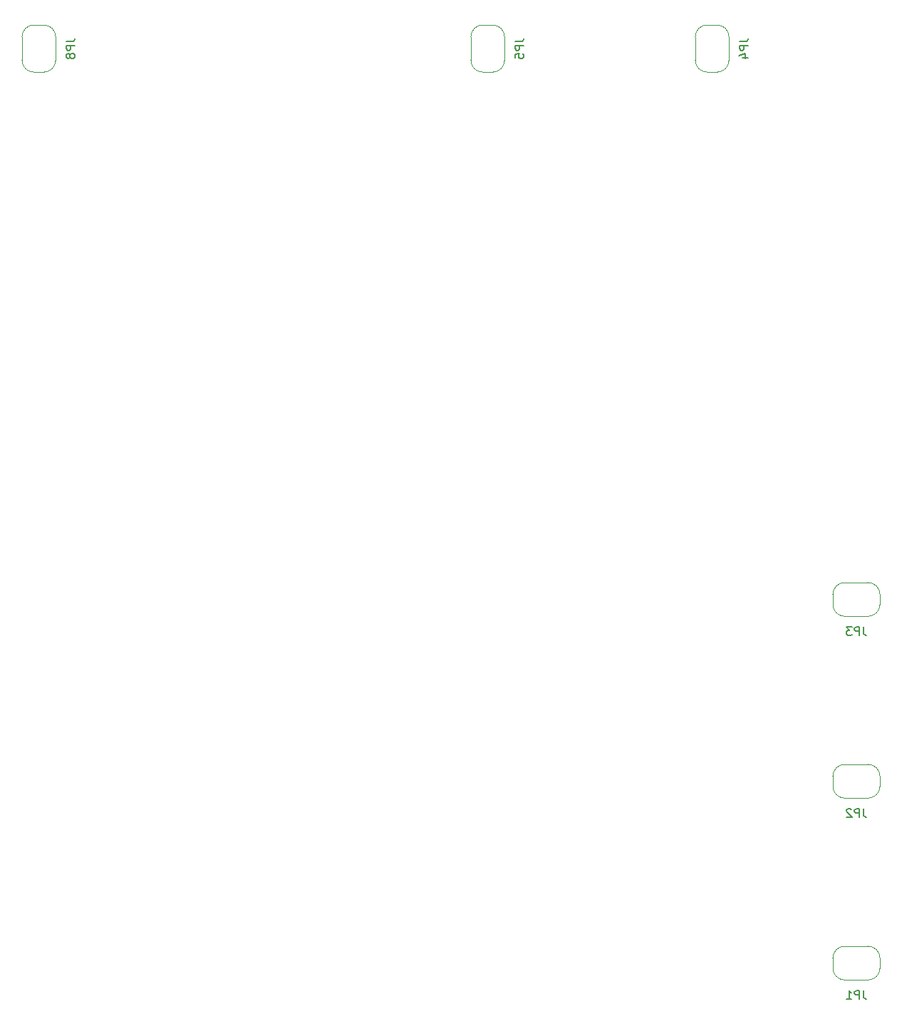
<source format=gbr>
%TF.GenerationSoftware,KiCad,Pcbnew,6.0.1-79c1e3a40b~116~ubuntu20.04.1*%
%TF.CreationDate,2022-01-16T20:57:58+01:00*%
%TF.ProjectId,NodeStandard,4e6f6465-5374-4616-9e64-6172642e6b69,V3.0*%
%TF.SameCoordinates,Original*%
%TF.FileFunction,Legend,Bot*%
%TF.FilePolarity,Positive*%
%FSLAX46Y46*%
G04 Gerber Fmt 4.6, Leading zero omitted, Abs format (unit mm)*
G04 Created by KiCad (PCBNEW 6.0.1-79c1e3a40b~116~ubuntu20.04.1) date 2022-01-16 20:57:58*
%MOMM*%
%LPD*%
G01*
G04 APERTURE LIST*
%ADD10C,0.150000*%
%ADD11C,0.120000*%
G04 APERTURE END LIST*
D10*
%TO.C,JP1*%
X146883333Y-138517380D02*
X146883333Y-139231666D01*
X146930952Y-139374523D01*
X147026190Y-139469761D01*
X147169047Y-139517380D01*
X147264285Y-139517380D01*
X146407142Y-139517380D02*
X146407142Y-138517380D01*
X146026190Y-138517380D01*
X145930952Y-138565000D01*
X145883333Y-138612619D01*
X145835714Y-138707857D01*
X145835714Y-138850714D01*
X145883333Y-138945952D01*
X145930952Y-138993571D01*
X146026190Y-139041190D01*
X146407142Y-139041190D01*
X144883333Y-139517380D02*
X145454761Y-139517380D01*
X145169047Y-139517380D02*
X145169047Y-138517380D01*
X145264285Y-138660238D01*
X145359523Y-138755476D01*
X145454761Y-138803095D01*
%TO.C,JP2*%
X146883333Y-116927380D02*
X146883333Y-117641666D01*
X146930952Y-117784523D01*
X147026190Y-117879761D01*
X147169047Y-117927380D01*
X147264285Y-117927380D01*
X146407142Y-117927380D02*
X146407142Y-116927380D01*
X146026190Y-116927380D01*
X145930952Y-116975000D01*
X145883333Y-117022619D01*
X145835714Y-117117857D01*
X145835714Y-117260714D01*
X145883333Y-117355952D01*
X145930952Y-117403571D01*
X146026190Y-117451190D01*
X146407142Y-117451190D01*
X145454761Y-117022619D02*
X145407142Y-116975000D01*
X145311904Y-116927380D01*
X145073809Y-116927380D01*
X144978571Y-116975000D01*
X144930952Y-117022619D01*
X144883333Y-117117857D01*
X144883333Y-117213095D01*
X144930952Y-117355952D01*
X145502380Y-117927380D01*
X144883333Y-117927380D01*
%TO.C,JP3*%
X146883333Y-95337380D02*
X146883333Y-96051666D01*
X146930952Y-96194523D01*
X147026190Y-96289761D01*
X147169047Y-96337380D01*
X147264285Y-96337380D01*
X146407142Y-96337380D02*
X146407142Y-95337380D01*
X146026190Y-95337380D01*
X145930952Y-95385000D01*
X145883333Y-95432619D01*
X145835714Y-95527857D01*
X145835714Y-95670714D01*
X145883333Y-95765952D01*
X145930952Y-95813571D01*
X146026190Y-95861190D01*
X146407142Y-95861190D01*
X145502380Y-95337380D02*
X144883333Y-95337380D01*
X145216666Y-95718333D01*
X145073809Y-95718333D01*
X144978571Y-95765952D01*
X144930952Y-95813571D01*
X144883333Y-95908809D01*
X144883333Y-96146904D01*
X144930952Y-96242142D01*
X144978571Y-96289761D01*
X145073809Y-96337380D01*
X145359523Y-96337380D01*
X145454761Y-96289761D01*
X145502380Y-96242142D01*
%TO.C,JP4*%
X132167380Y-25836666D02*
X132881666Y-25836666D01*
X133024523Y-25789047D01*
X133119761Y-25693809D01*
X133167380Y-25550952D01*
X133167380Y-25455714D01*
X133167380Y-26312857D02*
X132167380Y-26312857D01*
X132167380Y-26693809D01*
X132215000Y-26789047D01*
X132262619Y-26836666D01*
X132357857Y-26884285D01*
X132500714Y-26884285D01*
X132595952Y-26836666D01*
X132643571Y-26789047D01*
X132691190Y-26693809D01*
X132691190Y-26312857D01*
X132500714Y-27741428D02*
X133167380Y-27741428D01*
X132119761Y-27503333D02*
X132834047Y-27265238D01*
X132834047Y-27884285D01*
%TO.C,JP5*%
X105497380Y-25836666D02*
X106211666Y-25836666D01*
X106354523Y-25789047D01*
X106449761Y-25693809D01*
X106497380Y-25550952D01*
X106497380Y-25455714D01*
X106497380Y-26312857D02*
X105497380Y-26312857D01*
X105497380Y-26693809D01*
X105545000Y-26789047D01*
X105592619Y-26836666D01*
X105687857Y-26884285D01*
X105830714Y-26884285D01*
X105925952Y-26836666D01*
X105973571Y-26789047D01*
X106021190Y-26693809D01*
X106021190Y-26312857D01*
X105497380Y-27789047D02*
X105497380Y-27312857D01*
X105973571Y-27265238D01*
X105925952Y-27312857D01*
X105878333Y-27408095D01*
X105878333Y-27646190D01*
X105925952Y-27741428D01*
X105973571Y-27789047D01*
X106068809Y-27836666D01*
X106306904Y-27836666D01*
X106402142Y-27789047D01*
X106449761Y-27741428D01*
X106497380Y-27646190D01*
X106497380Y-27408095D01*
X106449761Y-27312857D01*
X106402142Y-27265238D01*
%TO.C,JP8*%
X52157380Y-25836666D02*
X52871666Y-25836666D01*
X53014523Y-25789047D01*
X53109761Y-25693809D01*
X53157380Y-25550952D01*
X53157380Y-25455714D01*
X53157380Y-26312857D02*
X52157380Y-26312857D01*
X52157380Y-26693809D01*
X52205000Y-26789047D01*
X52252619Y-26836666D01*
X52347857Y-26884285D01*
X52490714Y-26884285D01*
X52585952Y-26836666D01*
X52633571Y-26789047D01*
X52681190Y-26693809D01*
X52681190Y-26312857D01*
X52585952Y-27455714D02*
X52538333Y-27360476D01*
X52490714Y-27312857D01*
X52395476Y-27265238D01*
X52347857Y-27265238D01*
X52252619Y-27312857D01*
X52205000Y-27360476D01*
X52157380Y-27455714D01*
X52157380Y-27646190D01*
X52205000Y-27741428D01*
X52252619Y-27789047D01*
X52347857Y-27836666D01*
X52395476Y-27836666D01*
X52490714Y-27789047D01*
X52538333Y-27741428D01*
X52585952Y-27646190D01*
X52585952Y-27455714D01*
X52633571Y-27360476D01*
X52681190Y-27312857D01*
X52776428Y-27265238D01*
X52966904Y-27265238D01*
X53062142Y-27312857D01*
X53109761Y-27360476D01*
X53157380Y-27455714D01*
X53157380Y-27646190D01*
X53109761Y-27741428D01*
X53062142Y-27789047D01*
X52966904Y-27836666D01*
X52776428Y-27836666D01*
X52681190Y-27789047D01*
X52633571Y-27741428D01*
X52585952Y-27646190D01*
D11*
%TO.C,JP1*%
X144650000Y-137255000D02*
X147450000Y-137255000D01*
X143250000Y-134655000D02*
X143250000Y-135855000D01*
X148850000Y-135855000D02*
X148850000Y-134655000D01*
X147450000Y-133255000D02*
X144650000Y-133255000D01*
X148850000Y-134655000D02*
G75*
G03*
X147450000Y-133255000I-1400002J-2D01*
G01*
X147450000Y-137255000D02*
G75*
G03*
X148850000Y-135855000I-2J1400002D01*
G01*
X144650000Y-133255000D02*
G75*
G03*
X143250000Y-134655000I2J-1400002D01*
G01*
X143250000Y-135855000D02*
G75*
G03*
X144650000Y-137255000I1400002J2D01*
G01*
%TO.C,JP2*%
X144650000Y-115665000D02*
X147450000Y-115665000D01*
X143250000Y-113065000D02*
X143250000Y-114265000D01*
X148850000Y-114265000D02*
X148850000Y-113065000D01*
X147450000Y-111665000D02*
X144650000Y-111665000D01*
X144650000Y-111665000D02*
G75*
G03*
X143250000Y-113065000I2J-1400002D01*
G01*
X147450000Y-115665000D02*
G75*
G03*
X148850000Y-114265000I-2J1400002D01*
G01*
X143250000Y-114265000D02*
G75*
G03*
X144650000Y-115665000I1400002J2D01*
G01*
X148850000Y-113065000D02*
G75*
G03*
X147450000Y-111665000I-1400002J-2D01*
G01*
%TO.C,JP3*%
X144650000Y-94075000D02*
X147450000Y-94075000D01*
X143250000Y-91475000D02*
X143250000Y-92675000D01*
X147450000Y-90075000D02*
X144650000Y-90075000D01*
X148850000Y-92675000D02*
X148850000Y-91475000D01*
X143250000Y-92675000D02*
G75*
G03*
X144650000Y-94075000I1400002J2D01*
G01*
X147450000Y-94075000D02*
G75*
G03*
X148850000Y-92675000I-2J1400002D01*
G01*
X148850000Y-91475000D02*
G75*
G03*
X147450000Y-90075000I-1400002J-2D01*
G01*
X144650000Y-90075000D02*
G75*
G03*
X143250000Y-91475000I2J-1400002D01*
G01*
%TO.C,JP4*%
X130905000Y-28070000D02*
X130905000Y-25270000D01*
X126905000Y-25270000D02*
X126905000Y-28070000D01*
X128305000Y-29470000D02*
X129505000Y-29470000D01*
X129505000Y-23870000D02*
X128305000Y-23870000D01*
X128305000Y-23870000D02*
G75*
G03*
X126905000Y-25270000I2J-1400002D01*
G01*
X130905000Y-25270000D02*
G75*
G03*
X129505000Y-23870000I-1400002J-2D01*
G01*
X126905000Y-28070000D02*
G75*
G03*
X128305000Y-29470000I1400002J2D01*
G01*
X129505000Y-29470000D02*
G75*
G03*
X130905000Y-28070000I-2J1400002D01*
G01*
%TO.C,JP5*%
X104235000Y-28070000D02*
X104235000Y-25270000D01*
X101635000Y-29470000D02*
X102835000Y-29470000D01*
X100235000Y-25270000D02*
X100235000Y-28070000D01*
X102835000Y-23870000D02*
X101635000Y-23870000D01*
X100235000Y-28070000D02*
G75*
G03*
X101635000Y-29470000I1400002J2D01*
G01*
X104235000Y-25270000D02*
G75*
G03*
X102835000Y-23870000I-1400002J-2D01*
G01*
X101635000Y-23870000D02*
G75*
G03*
X100235000Y-25270000I2J-1400002D01*
G01*
X102835000Y-29470000D02*
G75*
G03*
X104235000Y-28070000I-2J1400002D01*
G01*
%TO.C,JP8*%
X50895000Y-28070000D02*
X50895000Y-25270000D01*
X49495000Y-23870000D02*
X48295000Y-23870000D01*
X46895000Y-25270000D02*
X46895000Y-28070000D01*
X48295000Y-29470000D02*
X49495000Y-29470000D01*
X46895000Y-28070000D02*
G75*
G03*
X48295000Y-29470000I1400002J2D01*
G01*
X49495000Y-29470000D02*
G75*
G03*
X50895000Y-28070000I-2J1400002D01*
G01*
X48295000Y-23870000D02*
G75*
G03*
X46895000Y-25270000I2J-1400002D01*
G01*
X50895000Y-25270000D02*
G75*
G03*
X49495000Y-23870000I-1400002J-2D01*
G01*
%TD*%
M02*

</source>
